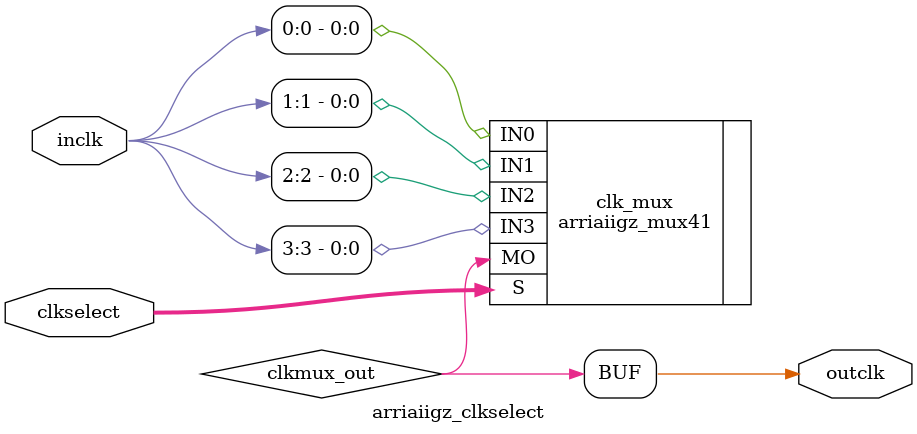
<source format=v>
module arriaiigz_clkselect
(
    inclk,
    clkselect,
    outclk
);
input [3:0] inclk;
input [1:0] clkselect;
output outclk;
parameter lpm_type = "arriaiigz_clkselect";
wire clkmux_out; // output of CLK mux
specify
    (inclk[3] => outclk) = (0, 0);
    (inclk[2] => outclk) = (0, 0);
    (inclk[1] => outclk) = (0, 0);
    (inclk[0] => outclk) = (0, 0);
    (clkselect[1] => outclk) = (0, 0);
    (clkselect[0] => outclk) = (0, 0);
endspecify
arriaiigz_mux41 clk_mux (
                     .MO(clkmux_out),
                     .IN0(inclk[0]),
                     .IN1(inclk[1]),
                     .IN2(inclk[2]),
                     .IN3(inclk[3]),
                     .S({clkselect[1], clkselect[0]}));
and (outclk, clkmux_out, 1'b1);
endmodule
</source>
